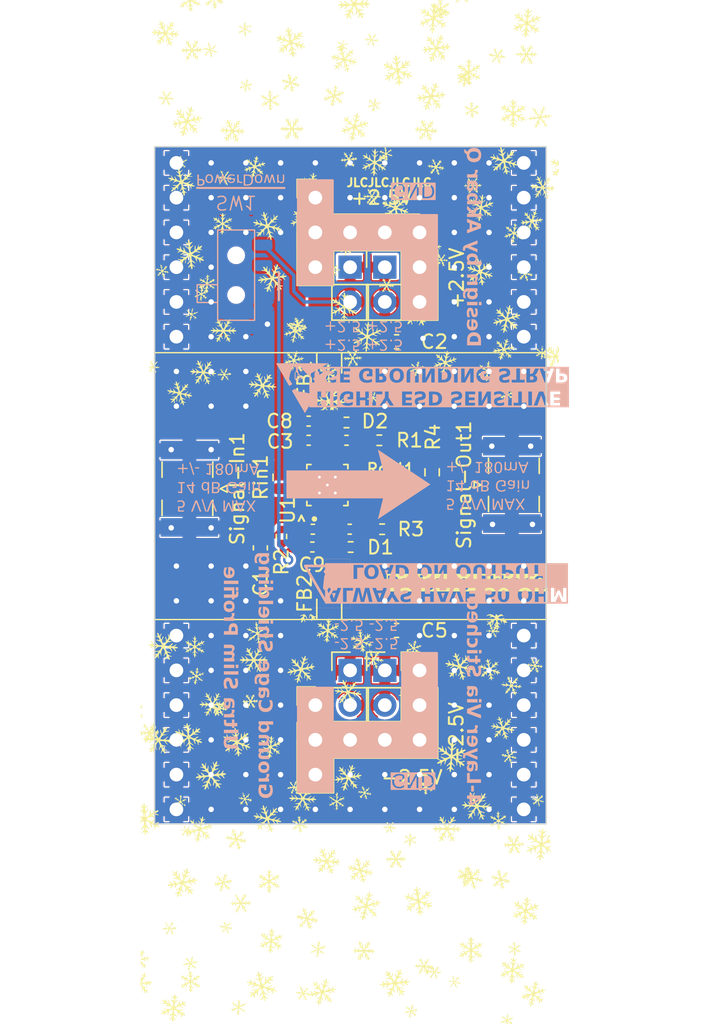
<source format=kicad_pcb>
(kicad_pcb (version 20221018) (generator pcbnew)
  (layers (0 "F.Cu" signal) (1 "In1.Cu" signal) (2 "In2.Cu" signal) (31 "B.Cu" signal) (34 "B.Paste" user) (35 "F.Paste" user) (36 "B.SilkS" user "B.Silkscreen") (37 "F.SilkS" user "F.Silkscreen") (38 "B.Mask" user) (39 "F.Mask" user) (44 "Edge.Cuts" user))
  (net 0 "")
  (net 1 "+5V")
  (net 2 "GND")
  (net 3 "-5V")
  (net 4 "Net-(U1-~{PD})")
  (net 5 "Net-(C4-Pad2)")
  (net 6 "Net-(C7-Pad2)")
  (net 7 "Net-(SW1-B)")
  (net 8 "Net-(Rout1-Pad1)")
  (net 9 "/SigOut")
  (net 10 "/SigIn")
  (net 11 "+5VA")
  (net 12 "-5VA")
  (footprint "Connector_PinHeader_2.54mm:PinHeader_1x02_P2.54mm_Vertical" (layer "F.Cu") (at 63.82 66.613)
    (fp_text reference "-2.5V" (at 7.77 4.567 90) (layer "F.SilkS"))
    (fp_text value "Conn_01x02_Pin")
    (pad "1" thru_hole rect (at 0 0) (size 1.7 1.7) (drill 1) (layers "*.Cu" "*.Mask") (net 3 "-5V"))
    (pad "2" thru_hole oval (at 0 2.54) (size 1.7 1.7) (drill 1) (layers "*.Cu" "*.Mask") (net 3 "-5V"))
  )
  (footprint "" (layer "F.Cu") (at 76.52 39.689)
    (fp_text reference "" (at 0 0) (layer "F.SilkS") (effects (font (size 1.27 1.27))))
    (fp_text value "" (at 0 0) (layer "F.SilkS") (effects (font (size 1.27 1.27))))
    (pad "1" thru_hole rect (at 0 0) (size 1.7 1.7) (drill 1) (layers "*.Cu" "*.Mask") (net 2 "GND"))
  )
  (footprint "" (layer "F.Cu") (at 76.52 34.609)
    (fp_text reference "" (at 0 0) (layer "F.SilkS") (effects (font (size 1.27 1.27))))
    (fp_text value "" (at 0 0) (layer "F.SilkS") (effects (font (size 1.27 1.27))))
    (pad "1" thru_hole rect (at 0 0) (size 1.7 1.7) (drill 1) (layers "*.Cu" "*.Mask") (net 2 "GND"))
  )
  (footprint "Connector_PinHeader_2.54mm:PinHeader_1x02_P2.54mm_Vertical" (layer "F.Cu") (at 66.36 37.149)
    (fp_text reference "+2.5V" (at -0.24 -5.08) (layer "F.SilkS"))
    (fp_text value "Conn_01x02_Pin")
    (pad "1" thru_hole rect (at 0 0) (size 1.7 1.7) (drill 1) (layers "*.Cu" "*.Mask") (net 1 "+5V"))
    (pad "2" thru_hole oval (at 0 2.54) (size 1.7 1.7) (drill 1) (layers "*.Cu" "*.Mask") (net 1 "+5V"))
  )
  (footprint "" (layer "F.Cu") (at 51.12 42.229)
    (fp_text reference "" (at 0 0) (layer "F.SilkS") (effects (font (size 1.27 1.27))))
    (fp_text value "" (at 0 0) (layer "F.SilkS") (effects (font (size 1.27 1.27))))
    (pad "1" thru_hole rect (at 0 0) (size 1.7 1.7) (drill 1) (layers "*.Cu" "*.Mask") (net 2 "GND"))
  )
  (footprint "Connector_PinHeader_2.54mm:PinHeader_1x02_P2.54mm_Vertical" (layer "F.Cu") (at 66.36 66.613)
    (fp_text reference "-2.5V" (at 1.9812 7.8232) (layer "F.SilkS"))
    (fp_text value "Conn_01x02_Pin")
    (pad "1" thru_hole rect (at 0 0) (size 1.7 1.7) (drill 1) (layers "*.Cu" "*.Mask") (net 3 "-5V"))
    (pad "2" thru_hole oval (at 0 2.54) (size 1.7 1.7) (drill 1) (layers "*.Cu" "*.Mask") (net 3 "-5V"))
  )
  (footprint "Capacitor_SMD:C_0603_1608Metric_Pad1.08x0.95mm_HandSolder" (layer "F.Cu") (at 67.2225 42.6)
    (fp_text reference "C2" (at 2.7625 0) (layer "F.SilkS"))
    (fp_text value "22u")
    (pad "1" smd roundrect (at -0.8625 0) (size 1.075 0.95) (layers "F.Cu" "F.Paste" "F.Mask") (net 1 "+5V"))
    (pad "2" smd roundrect (at 0.8625 0) (size 1.075 0.95) (layers "F.Cu" "F.Paste" "F.Mask") (net 2 "GND"))
  )
  (footprint "Resistor_SMD:R_0402_1005Metric_Pad0.72x0.64mm_HandSolder" (layer "F.Cu") (at 66.1625 56.3)
    (fp_text reference "R3" (at 2.1025 0) (layer "F.SilkS"))
    (fp_text value "30.1")
    (pad "1" smd roundrect (at -0.5975 0) (size 0.715 0.64) (layers "F.Cu" "F.Paste" "F.Mask") (net 6 "Net-(C7-Pad2)"))
    (pad "2" smd roundrect (at 0.5975 0) (size 0.715 0.64) (layers "F.Cu" "F.Paste" "F.Mask") (net 2 "GND"))
  )
  (footprint "Connector_PinHeader_2.54mm:PinHeader_1x03_P2.54mm_Vertical" (layer "F.Cu") (at 68.9 34.609)
    (fp_text reference "+G1" hide)
    (fp_text value "Conn_01x03")
    (pad "1" thru_hole rect (at 0 0) (size 1.7 1.7) (drill 1) (layers "*.Cu" "*.Mask") (net 2 "GND"))
    (pad "2" thru_hole oval (at 0 2.54) (size 1.7 1.7) (drill 1) (layers "*.Cu" "*.Mask") (net 2 "GND"))
    (pad "3" thru_hole oval (at 0 5.08) (size 1.7 1.7) (drill 1) (layers "*.Cu" "*.Mask") (net 2 "GND"))
  )
  (footprint "Capacitor_SMD:C_0402_1005Metric_Pad0.74x0.62mm_HandSolder" (layer "F.Cu") (at 61.06 57.6 180)
    (fp_text reference "C9" (at 0.0325 -1.3) (layer "F.SilkS"))
    (fp_text value "NP")
    (pad "1" smd roundrect (at -0.5675 0 180) (size 0.735 0.62) (layers "F.Cu" "F.Paste" "F.Mask") (net 12 "-5VA"))
    (pad "2" smd roundrect (at 0.5675 0 180) (size 0.735 0.62) (layers "F.Cu" "F.Paste" "F.Mask") (net 2 "GND"))
  )
  (footprint "" (layer "F.Cu") (at 51.12 39.689)
    (fp_text reference "" (at 0 0) (layer "F.SilkS") (effects (font (size 1.27 1.27))))
    (fp_text value "" (at 0 0) (layer "F.SilkS") (effects (font (size 1.27 1.27))))
    (pad "1" thru_hole rect (at 0 0) (size 1.7 1.7) (drill 1) (layers "*.Cu" "*.Mask") (net 2 "GND"))
  )
  (footprint "Resistor_SMD:R_0402_1005Metric" (layer "F.Cu") (at 58.8 56.83 90)
    (fp_text reference "R2" (at -1.87 0 90) (layer "F.SilkS"))
    (fp_text value "JP")
    (pad "1" smd roundrect (at -0.51 0 90) (size 0.54 0.64) (layers "F.Cu" "F.Paste" "F.Mask") (net 7 "Net-(SW1-B)"))
    (pad "2" smd roundrect (at 0.51 0 90) (size 0.54 0.64) (layers "F.Cu" "F.Paste" "F.Mask") (net 4 "Net-(U1-~{PD})"))
  )
  (footprint "" (layer "F.Cu") (at 51.12 71.693)
    (fp_text reference "" (at 0 0) (layer "F.SilkS") (effects (font (size 1.27 1.27))))
    (fp_text value "" (at 0 0) (layer "F.SilkS") (effects (font (size 1.27 1.27))))
    (pad "1" thru_hole rect (at 0 0 180) (size 1.7 1.7) (drill 1) (layers "*.Cu" "*.Mask") (net 2 "GND"))
  )
  (footprint "" (layer "F.Cu") (at 76.52 32.069)
    (fp_text reference "" (at 0 0) (layer "F.SilkS") (effects (font (size 1.27 1.27))))
    (fp_text value "" (at 0 0) (layer "F.SilkS") (effects (font (size 1.27 1.27))))
    (pad "1" thru_hole rect (at 0 0) (size 1.7 1.7) (drill 1) (layers "*.Cu" "*.Mask") (net 2 "GND"))
  )
  (footprint "" (layer "F.Cu") (at 76.52 74.233)
    (fp_text reference "" (at 0 0) (layer "F.SilkS") (effects (font (size 1.27 1.27))))
    (fp_text value "" (at 0 0) (layer "F.SilkS") (effects (font (size 1.27 1.27))))
    (pad "1" thru_hole rect (at 0 0 180) (size 1.7 1.7) (drill 1) (layers "*.Cu" "*.Mask") (net 2 "GND"))
  )
  (footprint "Capacitor_SMD:C_0402_1005Metric_Pad0.74x0.62mm_HandSolder" (layer "F.Cu") (at 63.56 49.8)
    (fp_text reference "C4" hide)
    (fp_text value "0.1u")
    (pad "1" smd roundrect (at -0.5675 0) (size 0.735 0.62) (layers "F.Cu" "F.Paste" "F.Mask") (net 11 "+5VA"))
    (pad "2" smd roundrect (at 0.5675 0) (size 0.735 0.62) (layers "F.Cu" "F.Paste" "F.Mask") (net 5 "Net-(C4-Pad2)"))
  )
  (footprint "Resistor_SMD:R_1206_3216Metric_Pad1.30x1.75mm_HandSolder" (layer "F.Cu") (at 62.296 62.15 -90)
    (fp_text reference "FB2" (at -1.15 1.8 90) (layer "F.SilkS"))
    (fp_text value "FerriteBead_Small")
    (pad "1" smd roundrect (at -1.55 0 270) (size 1.3 1.75) (layers "F.Cu" "F.Paste" "F.Mask") (roundrect_rratio 0.1923076923) (net 12 "-5VA"))
    (pad "2" smd roundrect (at 1.55 0 270) (size 1.3 1.75) (layers "F.Cu" "F.Paste" "F.Mask") (roundrect_rratio 0.1923076923) (net 3 "-5V"))
  )
  (footprint "" (layer "F.Cu") (at 76.52 69.153)
    (fp_text reference "" (at 0 0) (layer "F.SilkS") (effects (font (size 1.27 1.27))))
    (fp_text value "" (at 0 0) (layer "F.SilkS") (effects (font (size 1.27 1.27))))
    (pad "1" thru_hole rect (at 0 0 180) (size 1.7 1.7) (drill 1) (layers "*.Cu" "*.Mask") (net 2 "GND"))
  )
  (footprint "" (layer "F.Cu") (at 76.52 42.229)
    (fp_text reference "" (at 0 0) (layer "F.SilkS") (effects (font (size 1.27 1.27))))
    (fp_text value "" (at 0 0) (layer "F.SilkS") (effects (font (size 1.27 1.27))))
    (pad "1" thru_hole rect (at 0 0) (size 1.7 1.7) (drill 1) (layers "*.Cu" "*.Mask") (net 2 "GND"))
  )
  (footprint "Capacitor_SMD:C_0402_1005Metric_Pad0.74x0.62mm_HandSolder" (layer "F.Cu") (at 61.095 56.3 180)
    (fp_text reference "C6" hide)
    (fp_text value "47p")
    (pad "1" smd roundrect (at -0.5675 0 180) (size 0.735 0.62) (layers "F.Cu" "F.Paste" "F.Mask") (net 12 "-5VA"))
    (pad "2" smd roundrect (at 0.5675 0 180) (size 0.735 0.62) (layers "F.Cu" "F.Paste" "F.Mask") (net 2 "GND"))
  )
  (footprint "Connector_Coaxial:SMA_Samtec_SMA-J-P-X-ST-EM1_EdgeMount" (layer "F.Cu") (at 75.65 53.06 90)
    (fp_text reference "Signal-Out1" (at 0 -3.5 90) (layer "F.SilkS" knockout))
    (fp_text value "Conn_Coaxial")
    (pad "1" smd rect (at 0 0.2 90) (size 1.27 3.6) (layers "F.Cu" "F.Paste" "F.Mask") (net 9 "/SigOut"))
    (pad "2" smd rect (at -2.825 0 90) (size 1.35 4.2) (layers "F.Cu" "F.Paste" "F.Mask") (net 2 "GND"))
    (pad "2" smd rect (at -2.825 0 90) (size 1.35 4.2) (layers "B.Cu" "B.Paste" "B.Mask") (net 2 "GND"))
    (pad "2" smd rect (at 2.825 0 90) (size 1.35 4.2) (layers "F.Cu" "F.Paste" "F.Mask") (net 2 "GND"))
    (pad "2" smd rect (at 2.825 0 90) (size 1.35 4.2) (layers "B.Cu" "B.Paste" "B.Mask") (net 2 "GND"))
  )
  (footprint "LOGO" (layer "F.Cu") (at 63.439 77.535 90)
    (fp_text reference "G***" hide)
    (fp_text value "LOGO" hide)
  )
  (footprint "Resistor_SMD:R_0402_1005Metric_Pad0.72x0.64mm_HandSolder" (layer "F.Cu") (at 63.86 57.6 180)
    (fp_text reference "D1" (at -2.18 -0.02) (layer "F.SilkS"))
    (fp_text value "ESD9B5.0ST5G")
    (pad "1" smd roundrect (at -0.5975 0 180) (size 0.715 0.64) (layers "F.Cu" "F.Paste" "F.Mask") (net 2 "GND"))
    (pad "2" smd roundrect (at 0.5975 0 180) (size 0.715 0.64) (layers "F.Cu" "F.Paste" "F.Mask") (net 12 "-5VA"))
  )
  (footprint "" (layer "F.Cu") (at 51.12 66.613)
    (fp_text reference "" (at 0 0) (layer "F.SilkS") (effects (font (size 1.27 1.27))))
    (fp_text value "" (at 0 0) (layer "F.SilkS") (effects (font (size 1.27 1.27))))
    (pad "1" thru_hole rect (at 0 0 180) (size 1.7 1.7) (drill 1) (layers "*.Cu" "*.Mask") (net 2 "GND"))
  )
  (footprint "Resistor_SMD:R_0603_1608Metric" (layer "F.Cu") (at 66.785 53.09)
    (fp_text reference "Rout1" (at 0 -1.2) (layer "F.SilkS") (effects (font (size 0.8 0.8))))
    (fp_text value "49.9")
    (pad "1" smd roundrect (at -0.825 0) (size 0.8 0.95) (layers "F.Cu" "F.Paste" "F.Mask") (net 8 "Net-(Rout1-Pad1)"))
    (pad "2" smd roundrect (at 0.825 0) (size 0.8 0.95) (layers "F.Cu" "F.Paste" "F.Mask") (net 9 "/SigOut"))
  )
  (footprint "Connector_PinHeader_2.54mm:PinHeader_1x03_P2.54mm_Vertical" (layer "F.Cu") (at 61.28 34.609 90)
    (fp_text reference "+G2" hide)
    (fp_text value "Conn_01x03")
    (pad "1" thru_hole rect (at 0 0 90) (size 1.7 1.7) (drill 1) (layers "*.Cu" "*.Mask") (net 2 "GND"))
    (pad "2" thru_hole oval (at 0 2.54 90) (size 1.7 1.7) (drill 1) (layers "*.Cu" "*.Mask") (net 2 "GND"))
    (pad "3" thru_hole oval (at 0 5.08 90) (size 1.7 1.7) (drill 1) (layers "*.Cu" "*.Mask") (net 2 "GND"))
  )
  (footprint "Resistor_SMD:R_1206_3216Metric_Pad1.30x1.75mm_HandSolder" (layer "F.Cu") (at 62.296 44.15 -90)
    (fp_text reference "FB1" (at 1.2 1.8 90) (layer "F.SilkS"))
    (fp_text value "FerriteBead_Small")
    (pad "1" smd roundrect (at -1.55 0 270) (size 1.3 1.75) (layers "F.Cu" "F.Paste" "F.Mask") (roundrect_rratio 0.1923076923) (net 1 "+5V"))
    (pad "2" smd roundrect (at 1.55 0 270) (size 1.3 1.75) (layers "F.Cu" "F.Paste" "F.Mask") (roundrect_rratio 0.1923076923) (net 11 "+5VA"))
  )
  (footprint "" (layer "F.Cu") (at 76.52 37.149)
    (fp_text reference "" (at 0 0) (layer "F.SilkS") (effects (font (size 1.27 1.27))))
    (fp_text value "" (at 0 0) (layer "F.SilkS") (effects (font (size 1.27 1.27))))
    (pad "1" thru_hole rect (at 0 0) (size 1.7 1.7) (drill 1) (layers "*.Cu" "*.Mask") (net 2 "GND"))
  )
  (footprint "" (layer "F.Cu") (at 51.12 76.773)
    (fp_text reference "" (at 0 0) (layer "F.SilkS") (effects (font (size 1.27 1.27))))
    (fp_text value "" (at 0 0) (layer "F.SilkS") (effects (font (size 1.27 1.27))))
    (pad "1" thru_hole rect (at 0 0 180) (size 1.7 1.7) (drill 1) (layers "*.Cu" "*.Mask") (net 2 "GND"))
  )
  (footprint "" (layer "F.Cu") (at 76.52 29.529)
    (fp_text reference "" (at 0 0) (layer "F.SilkS") (effects (font (size 1.27 1.27))))
    (fp_text value "" (at 0 0) (layer "F.SilkS") (effects (font (size 1.27 1.27))))
    (pad "1" thru_hole rect (at 0 0) (size 1.7 1.7) (drill 1) (layers "*.Cu" "*.Mask") (net 2 "GND"))
  )
  (footprint "Capacitor_SMD:C_0603_1608Metric_Pad1.08x0.95mm_HandSolder" (layer "F.Cu") (at 67.2225 63.7)
    (fp_text reference "C5" (at 2.7625 0) (layer "F.SilkS"))
    (fp_text value "22u")
    (pad "1" smd roundrect (at -0.8625 0) (size 1.075 0.95) (layers "F.Cu" "F.Paste" "F.Mask") (net 3 "-5V"))
    (pad "2" smd roundrect (at 0.8625 0) (size 1.075 0.95) (layers "F.Cu" "F.Paste" "F.Mask") (net 2 "GND"))
  )
  (footprint "Connector_PinHeader_2.54mm:PinHeader_1x03_P2.54mm_Vertical" (layer "F.Cu") (at 61.28 71.693 90)
    (fp_text reference "-G4" hide)
    (fp_text value "Conn_01x03")
    (pad "1" thru_hole rect (at 0 0 90) (size 1.7 1.7) (drill 1) (layers "*.Cu" "*.Mask") (net 2 "GND"))
    (pad "2" thru_hole oval (at 0 2.54 90) (size 1.7 1.7) (drill 1) (layers "*.Cu" "*.Mask") (net 2 "GND"))
    (pad "3" thru_hole oval (at 0 5.08 90) (size 1.7 1.7) (drill 1) (layers "*.Cu" "*.Mask") (net 2 "GND"))
  )
  (footprint "" (layer "F.Cu") (at 76.52 71.693)
    (fp_text reference "" (at 0 0) (layer "F.SilkS") (effects (font (size 1.27 1.27))))
    (fp_text value "" (at 0 0) (layer "F.SilkS") (effects (font (size 1.27 1.27))))
    (pad "1" thru_hole rect (at 0 0 180) (size 1.7 1.7) (drill 1) (layers "*.Cu" "*.Mask") (net 2 "GND"))
  )
  (footprint "" (layer "F.Cu") (at 51.12 74.233)
    (fp_text reference "" (at 0 0) (layer "F.SilkS") (effects (font (size 1.27 1.27))))
    (fp_text value "" (at 0 0) (layer "F.SilkS") (effects (font (size 1.27 1.27))))
    (pad "1" thru_hole rect (at 0 0 180) (size 1.7 1.7) (drill 1) (layers "*.Cu" "*.Mask") (net 2 "GND"))
  )
  (footprint "Connector_PinHeader_2.54mm:PinHeader_1x03_P2.54mm_Vertical" (layer "F.Cu") (at 61.28 69.153)
    (fp_text reference "-G1" hide)
    (fp_text value "Conn_01x03")
    (pad "1" thru_hole rect (at 0 0) (size 1.7 1.7) (drill 1) (layers "*.Cu" "*.Mask") (net 2 "GND"))
    (pad "2" thru_hole oval (at 0 2.54) (size 1.7 1.7) (drill 1) (layers "*.Cu" "*.Mask") (net 2 "GND"))
    (pad "3" thru_hole oval (at 0 5.08) (size 1.7 1.7) (drill 1) (layers "*.Cu" "*.Mask") (net 2 "GND"))
  )
  (footprint "" (layer "F.Cu") (at 51.12 37.149)
    (fp_text reference "" (at 0 0) (layer "F.SilkS") (effects (font (size 1.27 1.27))))
    (fp_text value "" (at 0 0) (layer "F.SilkS") (effects (font (size 1.27 1.27))))
    (pad "1" thru_hole rect (at 0 0) (size 1.7 1.7) (drill 1) (layers "*.Cu" "*.Mask") (net 2 "GND"))
  )
  (footprint "Connector_PinHeader_2.54mm:PinHeader_1x03_P2.54mm_Vertical" (layer "F.Cu") (at 68.9 66.613)
    (fp_text reference "-G3" hide)
    (fp_text value "Conn_01x03")
    (pad "1" thru_hole rect (at 0 0) (size 1.7 1.7) (drill 1) (layers "*.Cu" "*.Mask") (net 2 "GND"))
    (pad "2" thru_hole oval (at 0 2.54) (size 1.7 1.7) (drill 1) (layers "*.Cu" "*.Mask") (net 2 "GND"))
    (pad "3" thru_hole oval (at 0 5.08) (size 1.7 1.7) (drill 1) (layers "*.Cu" "*.Mask") (net 2 "GND"))
  )
  (footprint "" (layer "F.Cu") (at 51.12 29.529)
    (fp_text reference "" (at 0 0) (layer "F.SilkS") (effects (font (size 1.27 1.27))))
    (fp_text value "" (at 0 0) (layer "F.SilkS") (effects (font (size 1.27 1.27))))
    (pad "1" thru_hole rect (at 0 0) (size 1.7 1.7) (drill 1) (layers "*.Cu" "*.Mask") (net 2 "GND"))
  )
  (footprint "Resistor_SMD:R_0603_1608Metric" (layer "F.Cu") (at 58.71 52.51 90)
    (fp_text reference "Rin1" (at 0 -1.43 90) (layer "F.SilkS"))
    (fp_text value "49.9")
    (pad "1" smd roundrect (at -0.825 0 90) (size 0.8 0.95) (layers "F.Cu" "F.Paste" "F.Mask") (net 10 "/SigIn"))
    (pad "2" smd roundrect (at 0.825 0 90) (size 0.8 0.95) (layers "F.Cu" "F.Paste" "F.Mask") (net 2 "GND"))
  )
  (footprint "" (layer "F.Cu") (at 51.12 69.153)
    (fp_text reference "" (at 0 0) (layer "F.SilkS") (effects (font (size 1.27 1.27))))
    (fp_text value "" (at 0 0) (layer "F.SilkS") (effects (font (size 1.27 1.27))))
    (pad "1" thru_hole rect (at 0 0 180) (size 1.7 1.7) (drill 1) (layers "*.Cu" "*.Mask") (net 2 "GND"))
  )
  (footprint "" (layer "F.Cu") (at 76.52 76.773)
    (fp_text reference "" (at 0 0) (layer "F.SilkS") (effects (font (size 1.27 1.27))))
    (fp_text value "" (at 0 0) (layer "F.SilkS") (effects (font (size 1.27 1.27))))
    (pad "1" thru_hole rect (at 0 0 180) (size 1.7 1.7) (drill 1) (layers "*.Cu" "*.Mask") (net 2 "GND"))
  )
  (footprint "Capacitor_SMD:C_0603_1608Metric_Pad1.08x0.95mm_HandSolder" (layer "F.Cu") (at 57.26 57.6625 90)
    (fp_text reference "C1" (at -2.57 0.01 90) (layer "F.SilkS"))
    (fp_text value "1u")
    (pad "1" smd roundrect (at -0.8625 0 90) (size 1.075 0.95) (layers "F.Cu" "F.Paste" "F.Mask") (net 2 "GND"))
    (pad "2" smd roundrect (at 0.8625 0 90) (size 1.075 0.95) (layers "F.Cu" "F.Paste" "F.Mask") (net 4 "Net-(U1-~{PD})"))
  )
  (footprint "Capacitor_SMD:C_0402_1005Metric_Pad0.74x0.62mm_HandSolder" (layer "F.Cu") (at 63.795 56.3)
    (fp_text reference "C7" hide)
    (fp_text value "0.1u")
    (pad "1" smd roundrect (at -0.5675 0) (size 0.735 0.62) (layers "F.Cu" "F.Paste" "F.Mask") (net 12 "-5VA"))
    (pad "2" smd roundrect (at 0.5675 0) (size 0.735 0.62) (layers "F.Cu" "F.Paste" "F.Mask") (net 6 "Net-(C7-Pad2)"))
  )
  (footprint "Resistor_SMD:R_0603_1608Metric_Pad0.98x0.95mm_HandSolder" (layer "F.Cu") (at 69.82 52.14 90)
    (fp_text reference "R4" (at 2.57 0.06 90) (layer "F.SilkS"))
    (fp_text value "NP")
    (pad "1" smd roundrect (at -0.9125 0 90) (size 0.975 0.95) (layers "F.Cu" "F.Paste" "F.Mask") (net 9 "/SigOut"))
    (pad "2" smd roundrect (at 0.9125 0 90) (size 0.975 0.95) (layers "F.Cu" "F.Paste" "F.Mask") (net 2 "GND"))
  )
  (footprint "" (layer "F.Cu") (at 76.52 66.613)
    (fp_text reference "" (at 0 0) (layer "F.SilkS") (effects (font (size 1.27 1.27))))
    (fp_text value "" (at 0 0) (layer "F.SilkS") (effects (font (size 1.27 1.27))))
    (pad "1" thru_hole rect (at 0 0 180) (size 1.7 1.7) (drill 1) (layers "*.Cu" "*.Mask") (net 2 "GND"))
  )
  (footprint "Connector_PinHeader_2.54mm:PinHeader_1x03_P2.54mm_Vertical" (layer "F.Cu") (at 61.28 32.069)
    (fp_text reference "+G3" hide)
    (fp_text value "Conn_01x03")
    (pad "1" thru_hole rect (at 0 0) (size 1.7 1.7) (drill 1) (layers "*.Cu" "*.Mask") (net 2 "GND"))
    (pad "2" thru_hole oval (at 0 2.54) (size 1.7 1.7) (drill 1) (layers "*.Cu" "*.Mask") (net 2 "GND"))
    (pad "3" thru_hole oval (at 0 5.08) (size 1.7 1.7) (drill 1) (layers "*.Cu" "*.Mask") (net 2 "GND"))
  )
  (footprint "" (layer "F.Cu") (at 51.12 32.069)
    (fp_text reference "" (at 0 0) (layer "F.SilkS") (effects (font (size 1.27 1.27))))
    (fp_text value "" (at 0 0) (layer "F.SilkS") (effects (font (size 1.27 1.27))))
    (pad "1" thru_hole rect (at 0 0) (size 1.7 1.7) (drill 1) (layers "*.Cu" "*.Mask") (net 2 "GND"))
  )
  (footprint "Capacitor_SMD:C_0402_1005Metric_Pad0.74x0.62mm_HandSolder" (layer "F.Cu") (at 60.7925 48.4 180)
    (fp_text reference "C8" (at 2.1325 0) (layer "F.SilkS"))
    (fp_text value "NP")
    (pad "1" smd roundrect (at -0.5675 0 180) (size 0.735 0.62) (layers "F.Cu" "F.Paste" "F.Mask") (net 11 "+5VA"))
    (pad "2" smd roundrect (at 0.5675 0 180) (size 0.735 0.62) (layers "F.Cu" "F.Paste" "F.Mask") (net 2 "GND"))
  )
  (footprint "Connector_Coaxial:SMA_Samtec_SMA-J-P-X-ST-EM1_EdgeMount" (layer "F.Cu") (at 52.07 53.34 -90)
    (fp_text reference "Signal-In1" (at 0 -3.5 90) (layer "F.SilkS" knockout))
    (fp_text value "Conn_Coaxial")
    (pad "1" smd rect (at 0 0.2 270) (size 1.27 3.6) (layers "F.Cu" "F.Paste" "F.Mask") (net 10 "/SigIn"))
    (pad "2" smd rect (at -2.825 0 270) (size 1.35 4.2) (layers "F.Cu" "F.Paste" "F.Mask") (net 2 "GND"))
    (pad "2" smd rect (at -2.825 0 270) (size 1.35 4.2) (layers "B.Cu" "B.Paste" "B.Mask") (net 2 "GND"))
    (pad "2" smd rect (at 2.825 0 270) (size 1.35 4.2) (layers "F.Cu" "F.Paste" "F.Mask") (net 2 "GND"))
    (pad "2" smd rect (at 2.825 0 270) (size 1.35 4.2) (layers "B.Cu" "B.Paste" "B.Mask") (net 2 "GND"))
  )
  (footprint "LOGO" (layer "F.Cu") (at 64.074 32.577)
    (fp_text reference "G***" hide)
    (fp_text value "LOGO" hide)
  )
  (footprint "Resistor_SMD:R_0402_1005Metric_Pad0.72x0.64mm_HandSolder" (layer "F.Cu") (at 65.9575 49.8)
    (fp_text reference "R1" (at 2.2025 0) (layer "F.SilkS"))
    (fp_text value "30.1")
    (pad "1" smd roundrect (at -0.5975 0) (size 0.715 0.64) (layers "F.Cu" "F.Paste" "F.Mask") (net 5 "Net-(C4-Pad2)"))
    (pad "2" smd roundrect (at 0.5975 0) (size 0.715 0.64) (layers "F.Cu" "F.Paste" "F.Mask") (net 2 "GND"))
  )
  (footprint "Connector_PinHeader_2.54mm:PinHeader_1x02_P2.54mm_Vertical" (layer "F.Cu") (at 63.82 37.149)
    (fp_text reference "+2.5V" (at 7.8 0.8128 90) (layer "F.SilkS"))
    (fp_text value "Conn_01x02_Pin")
    (pad "1" thru_hole rect (at 0 0) (size 1.7 1.7) (drill 1) (layers "*.Cu" "*.Mask") (net 1 "+5V"))
    (pad "2" thru_hole oval (at 0 2.54) (size 1.7 1.7) (drill 1) (layers "*.Cu" "*.Mask") (net 1 "+5V"))
  )
  (footprint "Capacitor_SMD:C_0402_1005Metric_Pad0.74x0.62mm_HandSolder" (layer "F.Cu") (at 60.7925 49.8 180)
    (fp_text reference "C3" (at 2.09 -0.09) (layer "F.SilkS"))
    (fp_text value "47p")
    (pad "1" smd roundrect (at -0.5675 0 180) (size 0.735 0.62) (layers "F.Cu" "F.Paste" "F.Mask") (net 11 "+5VA"))
    (pad "2" smd roundrect (at 0.5675 0 180) (size 0.735 0.62) (layers "F.Cu" "F.Paste" "F.Mask") (net 2 "GND"))
  )
  (footprint "" (layer "F.Cu") (at 51.12 34.609)
    (fp_text reference "" (at 0 0) (layer "F.SilkS") (effects (font (size 1.27 1.27))))
    (fp_text value "" (at 0 0) (layer "F.SilkS") (effects (font (size 1.27 1.27))))
    (pad "1" thru_hole rect (at 0 0) (size 1.7 1.7) (drill 1) (layers "*.Cu" "*.Mask") (net 2 "GND"))
  )
  (footprint "Resistor_SMD:R_0402_1005Metric_Pad0.72x0.64mm_HandSolder" (layer "F.Cu") (at 63.5575 48.5 180)
    (fp_text reference "D2" (at -2.08 0.09) (layer "F.SilkS"))
    (fp_text value "ESD9B5.0ST5G")
    (pad "1" smd roundrect (at -0.5975 0 180) (size 0.715 0.64) (layers "F.Cu" "F.Paste" "F.Mask") (net 2 "GND"))
    (pad "2" smd roundrect (at 0.5975 0 180) (size 0.715 0.64) (layers "F.Cu" "F.Paste" "F.Mask") (net 11 "+5VA"))
  )
  (footprint "THS4302RGTT:QFN50P300X300X100-17N" (layer "F.Cu") (at 62.16 53.0725 90)
    (fp_text reference "U1" (at -1.8275 -2.9 90) (layer "F.SilkS"))
    (fp_text value "THS4302RGTT")
    (pad "1" smd roundrect (at -1.435 -0.75 90) (size 0.86 0.26) (layers "F.Cu" "F.Paste" "F.Mask") (roundrect_rratio 0.03) (net 12 "-5VA"))
    (pad "2" smd roundrect (at -1.435 -0.25 90) (size 0.86 0.26) (layers "F.Cu" "F.Paste" "F.Mask") (roundrect_rratio 0.03) (net 12 "-5VA"))
    (pad "3" smd roundrect (at -1.435 0.25 90) (size 0.86 0.26) (layers "F.Cu" "F.Paste" "F.Mask") (roundrect_rratio 0.03) (net 12 "-5VA"))
    (pad "4" smd roundrect (at -1.435 0.75 90) (size 0.86 0.26) (layers "F.Cu" "F.Paste" "F.Mask") (roundrect_rratio 0.03) (net 12 "-5VA"))
    (pad "5" smd roundrect (at -0.75 1.435 180) (size 0.86 0.26) (layers "F.Cu" "F.Paste" "F.Mask") (roundrect_rratio 0.03) (net 8 "Net-(Rout1-Pad1)"))
    (pad "6" smd roundrect (at -0.25 1.435 180) (size 0.86 0.26) (layers "F.Cu" "F.Paste" "F.Mask") (roundrect_rratio 0.03) (net 8 "Net-(Rout1-Pad1)"))
    (pad "7" smd roundrect (at 0.25 1.435 180) (size 0.86 0.26) (layers "F.Cu" "F.Paste" "F.Mask") (roundrect_rratio 0.03) (net 8 "Net-(Rout1-Pad1)"))
    (pad "8" smd roundrect (at 0.75 1.435 180) (size 0.86 0.26) (layers "F.Cu" "F.Paste" "F.Mask") (roundrect_rratio 0.03) (net 8 "Net-(Rout1-Pad1)"))
    (pad "9" smd roundrect (at 1.435 0.75 90) (size 0.86 0.26) (layers "F.Cu" "F.Paste" "F.Mask") (roundrect_rratio 0.03) (net 11 "+5VA"))
    (pad "10" smd roundrect (at 1.435 0.25 90) (size 0.86 0.26) (layers "F.Cu" "F.Paste" "F.Mask") (roundrect_rratio 0.03) (net 11 "+5VA"))
    (pad "11" smd roundrect (at 1.435 -0.25 90) (size 0.86 0.26) (layers "F.Cu" "F.Paste" "F.Mask") (roundrect_rratio 0.03) (net 11 "+5VA"))
    (pad "12" smd roundrect (at 1.435 -0.75 90) (size 0.86 0.26) (layers "F.Cu" "F.Paste" "F.Mask") (roundrect_rratio 0.03) (net 11 "+5VA"))
    (pad "13" smd roundrect (at 0.75 -1.435 180) (size 0.86 0.26) (layers "F.Cu" "F.Paste" "F.Mask") (roundrect_rratio 0.03))
    (pad "14" smd roundrect (at 0.25 -1.435 180) (size 0.86 0.26) (layers "F.Cu" "F.Paste" "F.Mask") (roundrect_rratio 0.03) (net 2 "GND"))
    (pad "15" smd roundrect (at -0.25 -1.435 180) (size 0.86 0.26) (layers "F.Cu" "F.Paste" "F.Mask") (roundrect_rratio 0.03) (net 10 "/SigIn"))
    (pad "16" smd roundrect (at -0.75 -1.435 180) (size 0.86 0.26) (layers "F.Cu" "F.Paste" "F.Mask") (roundrect_rratio 0.03) (net 4 "Net-(U1-~{PD})"))
    (pad "17" smd rect (at 0 0 90) (size 1.68 1.68) (layers "F.Cu" "F.Mask") (net 2 "GND"))
    (pad "18" thru_hole circle (at 0 0 90) (size 0.4 0.4) (drill 0.2) (layers "*.Cu") (net 2 "GND"))
    (pad "19" thru_hole circle (at -0.58 -0.58 90) (size 0.4 0.4) (drill 0.2) (layers "*.Cu") (net 2 "GND"))
    (pad "20" thru_hole circle (at 0.58 -0.58 90) (size 0.4 0.4) (drill 0.2) (layers "*.Cu") (net 2 "GND"))
    (pad "21" thru_hole circle (at -0.58 0.58 90) (size 0.4 0.4) (drill 0.2) (layers "*.Cu") (net 2 "GND"))
    (pad "22" thru_hole circle (at 0.58 0.58 90) (size 0.4 0.4) (drill 0.2) (layers "*.Cu") (net 2 "GND"))
  )
  (footprint "" (layer "F.Cu") (at 51.12 64.073)
    (fp_text reference "" (at 0 0) (layer "F.SilkS") (effects (font (size 1.27 1.27))))
    (fp_text value "" (at 0 0) (layer "F.SilkS") (effects (font (size 1.27 1.27))))
    (pad "1" thru_hole rect (at 0 0 180) (size 1.7 1.7) (drill 1) (layers "*.Cu" "*.Mask") (net 2 "GND"))
  )
  (footprint "" (layer "F.Cu") (at 76.52 64.073)
    (fp_text reference "" (at 0 0) (layer "F.SilkS") (effects (font (size 1.27 1.27))))
    (fp_text value "" (at 0 0) (layer "F.SilkS") (effects (font (size 1.27 1.27))))
    (pad "1" thru_hole rect (at 0 0 180) (size 1.7 1.7) (drill 1) (layers "*.Cu" "*.Mask") (net 2 "GND"))
  )
  (footprint "LOGO" (layer "B.Cu") (at 64.328 53.024)
    (fp_text reference "G***" (at 0 0) (layer "B.SilkS") (effects (font (size 1.5 1.5) (thickness 0.3)) (justify mirror)))
    (fp_text value "LOGO" hide)
  )
  (footprint "LOGO" (layer "B.Cu") (at 60.518 45.912)
    (fp_text reference "G***" hide)
    (fp_text value "LOGO" hide)
  )
  (footprint "LOGO" (layer "B.Cu") (at 62.042 60.263)
    (fp_text reference "G***" hide)
    (fp_text value "LOGO" hide)
  )
  (footprint "RF-Project:SPDT-Long-SMD" (layer "B.Cu") (at 55.4888 37.731)
    (fp_text reference "SW1" (at 0 -5.3 180 unlocked) (layer "B.SilkS") (effects (font (thickness 0.1)) (justify mirror)))
    (fp_text value "SW_SPDT")
    (pad "" np_thru_hole circle (at 0 -1.45 270) (size 0.8 0.8) (drill 0.8) (layers "F&B.Cu" "*.Mask"))
    (pad "" np_thru_hole circle (at 0 1.45 270) (size 0.8 0.8) (drill 0.8) (layers "F&B.Cu" "*.Mask"))
    (pad "0" smd roundrect (at -1.1 -3.8) (size 0.6 1) (layers "B.Cu" "B.Paste" "B.Mask") (net 2 "GND"))
    (pad "0" smd roundrect (at -1.1 3.8) (size 0.6 1) (layers "B.Cu" "B.Paste" "B.Mask") (net 2 "GND"))
    (pad "0" smd roundrect (at 1.1 -3.8) (size 0.6 1) (layers "B.Cu" "B.Paste" "B.Mask") (net 2 "GND"))
    (pad "0" smd roundrect (at 1.1 3.8) (size 0.6 1) (layers "B.Cu" "B.Paste" "B.Mask") (net 2 "GND"))
    (pad "1" smd roundrect (at 2 2.2 270) (size 0.8 1.3) (layers "B.Cu" "B.Paste" "B.Mask") (net 2 "GND"))
    (pad "2" smd roundrect (at 2 -0.7 270) (size 0.8 1.3) (layers "B.Cu" "B.Paste" "B.Mask") (net 7 "Net-(SW1-B)"))
    (pad "3" smd roundrect (at 2 -2.2 270) (size 0.8 1.3) (layers "B.Cu" "B.Paste" "B.Mask") (net 1 "+5V"))
  )
  (gr_line (start 58.613 37.53) (end 58.613 39.562) (stroke (width 0.15)) (layer "B.SilkS"))
  (gr_rect (start 60.01 67.883) (end 62.55 75.503) (stroke (width 0.15)) (fill solid) (layer "B.SilkS"))
  (gr_rect (start 60.01 33.339) (end 67.63 35.879) (stroke (width 0.15)) (fill solid) (layer "B.SilkS"))
  (gr_rect (start 67.63 33.339) (end 70.17 40.959) (stroke (width 0.15)) (fill solid) (layer "B.SilkS"))
  (gr_rect (start 60.01 70.423) (end 67.63 72.963) (stroke (width 0.15)) (fill solid) (layer "B.SilkS"))
  (gr_rect (start 67.63 65.343) (end 70.17 72.963) (stroke (width 0.15)) (fill solid) (layer "B.SilkS"))
  (gr_rect (start 60.01 30.799) (end 62.55 38.419) (stroke (width 0.15)) (fill solid) (layer "B.SilkS"))
  (gr_line (start 60.26 55.3) (end 60.46 55.7) (stroke (width 0.15)) (layer "F.SilkS"))
  (gr_rect (start 49.53 43.4) (end 78.16 62.9) (stroke (width 0.1)) (fill none) (layer "F.SilkS"))
  (gr_line (start 60.26 55.3) (end 60.06 55.7) (stroke (width 0.15)) (layer "F.SilkS"))
  (gr_rect (start 49.53 28.345) (end 78.16 77.837) (stroke (width 0.1)) (fill none) (layer "Edge.Cuts"))
  (gr_text "5 V/V MAX\n14 dB Gain\n+/- 180mA" (at 70.805 51.246 180) (layer "B.SilkS") (effects (font (size 0.8 0.8)) (justify left bottom mirror)))
  (gr_text "~{PowerDown}" (at 52.5424 30.2402 180) (layer "B.SilkS") (effects (font (size 0.8 0.8)) (justify left bottom mirror)))
  (gr_text "Ground Cage Shielding" (at 56.962 76.011 270) (layer "B.SilkS") (effects (font (size 1 1)) (justify left bottom mirror)))
  (gr_text "-2.5 -2.5\n-2.5 -2.5" (at 65.0138 62.7776 180) (layer "B.SilkS") (effects (font (size 0.8 0.8)) (justify bottom mirror)))
  (gr_text "4-Layer Via Stiched" (at 72.202 76.519 270) (layer "B.SilkS") (effects (font (size 1 1)) (justify left bottom mirror)))
  (gr_text "+2.5 +2.5\n+2.5 +2.5" (at 64.8106 40.959 180) (layer "B.SilkS") (effects (font (size 0.8 0.8)) (justify bottom mirror)))
  (gr_text "Ultra Slim Profile" (at 54.422 72.455 270) (layer "B.SilkS") (effects (font (size 1 1)) (justify left bottom mirror)))
  (gr_text "HIGHLY ESD SENSITIVE\nUSE GROUNDING STRAP" (at 70.297 44.388 180) (layer "B.SilkS" knockout) (effects (font (size 1 1) (thickness 0.2) bold) (justify bottom mirror)))
  (gr_text "5 V/V MAX\n14 dB Gain\n+/- 180mA" (at 51.12 51.373 180) (layer "B.SilkS") (effects (font (size 0.8 0.8)) (justify left bottom mirror)))
  (gr_text "ALWAYS HAVE 50 OHM\nLOAD ON OUTPUT" (at 70.932 58.739 180) (layer "B.SilkS" knockout) (effects (font (size 1 1) (thickness 0.2) bold) (justify bottom mirror)))
  (gr_text "GND" (at 66.8426 30.926 180) (layer "B.SilkS" knockout) (effects (font (size 1 1)) (justify left bottom mirror)))
  (gr_text "Design by Akbar Q" (at 72.202 42.991 -90) (layer "B.SilkS") (effects (font (size 1 1)) (justify left bottom mirror)))
  (gr_text "GND" (at 66.8172 74.0298 180) (layer "B.SilkS" knockout) (effects (font (size 1 1)) (justify left bottom mirror)))
  (gr_text "Design by Akbar Q" (at 66.487 60.644) (layer "F.SilkS" knockout) (effects (font (size 0.8 0.8) (thickness 0.2) bold) (justify left bottom)))
  (gr_text "JLCJLCJLCJLC" (at 63.49 31.323) (layer "F.SilkS") (effects (font (size 0.6 0.6)) (justify left bottom)))
  (segment (start 59.7052 38.927) (end 60.4672 39.689) (width 0.25) (layer "B.Cu") (net 1))
  (segment (start 60.4672 39.689) (end 63.82 39.689) (width 0.25) (layer "B.Cu") (net 1))
  (segment (start 57.4888 35.531) (end 59.7052 37.7474) (width 0.25) (layer "B.Cu") (net 1))
  (segment (start 59.7052 37.7474) (end 59.7052 38.927) (width 0.25) (layer "B.Cu") (net 1))
  (via (at 51.12 61.533) (size 0.75) (drill 0.4) (layers "F.Cu" "B.Cu") (net 2))
  (via (at 71.44 47.309) (size 0.75) (drill 0.4) (layers "F.Cu" "B.Cu") (net 2))
  (via (at 56.2 61.533) (size 0.75) (drill 0.4) (layers "F.Cu" "B.Cu") (net 2))
  (via (at 71.44 42.229) (size 0.75) (drill 0.4) (layers "F.Cu" "B.Cu") (net 2))
  (via (at 74.234 55.945) (size 0.75) (drill 0.4) (layers "F.Cu" "B.Cu") (net 2))
  (via (at 77.155 55.945) (size 0.75) (drill 0.4) (layers "F.Cu" "B.Cu") (net 2))
  (via (at 66.36 47.309) (size 0.75) (drill 0.4) (layers "F.Cu" "B.Cu") (net 2))
  (via (at 73.98 34.609) (size 0.75) (drill 0.4) (layers "F.Cu" "B.Cu") (net 2))
  (via (at 53.66 42.229) (size 0.75) (drill 0.4) (layers "F.Cu" "B.Cu") (net 2))
  (via (at 61.28 29.529) (size 0.75) (drill 0.4) (layers "F.Cu" "B.Cu") (net 2))
  (via (at 56.2 74.233) (size 0.75) (drill 0.4) (layers "F.Cu" "B.Cu") (net 2))
  (via (at 58.74 64.073) (size 0.75) (drill 0.4) (layers "F.Cu" "B.Cu") (net 2))
  (via (at 76.52 47.309) (size 0.75) (drill 0.4) (layers "F.Cu" "B.Cu") (net 2))
  (via (at 71.44 74.233) (size 0.75) (drill 0.4) (layers "F.Cu" "B.Cu") (net 2))
  (via (at 56.2 66.613) (size 0.75) (drill 0.4) (layers "F.Cu" "B.Cu") (net 2))
  (via (at 73.98 44.769) (size 0.75) (drill 0.4) (layers "F.Cu" "B.Cu") (net 2))
  (via (at 71.44 69.153) (size 0.75) (drill 0.4) (layers "F.Cu" "B.Cu") (net 2))
  (via (at 63.82 32.069) (size 0.75) (drill 0.4) (layers "F.Cu" "B.Cu") (net 2))
  (via (at 76.52 58.993) (size 0.75) (drill 0.4) (layers "F.Cu" "B.Cu") (net 2))
  (via (at 56.2 29.529) (size 0.75) (drill 0.4) (layers "F.Cu" "B.Cu") (net 2))
  (via (at 73.98 76.773) (size 0.75) (drill 0.4) (layers "F.Cu" "B.Cu") (net 2))
  (via (at 63.82 76.773) (size 0.75) (drill 0.4) (layers "F.Cu" "B.Cu") (net 2))
  (via (at 68.9 74.233) (size 0.75) (drill 0.4) (layers "F.Cu" "B.Cu") (net 2))
  (via (at 69.154 42.356) (size 0.75) (drill 0.4) (layers "F.Cu" "B.Cu") (net 2))
  (via (at 68.9 64.073) (size 0.75) (drill 0.4) (layers "F.Cu" "B.Cu") (net 2))
  (via (at 68.9 61.533) (size 0.75) (drill 0.4) (layers "F.Cu" "B.Cu") (net 2))
  (via (at 56.2 69.153) (size 0.75) (drill 0.4) (layers "F.Cu" "B.Cu") (net 2))
  (via (at 50.739 56.199) (size 0.75) (drill 0.4) (layers "F.Cu" "B.Cu") (net 2))
  (via (at 58.74 76.773) (size 0.75) (drill 0.4) (layers "F.Cu" "B.Cu") (net 2))
  (via (at 53.66 50.484) (size 0.75) (drill 0.4) (layers "F.Cu" "B.Cu") (net 2))
  (via (at 73.98 32.069) (size 0.75) (drill 0.4) (layers "F.Cu" "B.Cu") (net 2))
  (via (at 58.74 74.233) (size 0.75) (drill 0.4) (layers "F.Cu" "B.Cu") (net 2))
  (via (at 56.2 34.609) (size 0.75) (drill 0.4) (layers "F.Cu" "B.Cu") (net 2))
  (via (at 73.98 47.309) (size 0.75) (drill 0.4) (layers "F.Cu" "B.Cu") (net 2))
  (via (at 71.44 64.073) (size 0.75) (drill 0.4) (layers "F.Cu" "B.Cu") (net 2))
  (via (at 56.2 71.693) (size 0.75) (drill 0.4) (layers "F.Cu" "B.Cu") (net 2))
  (via (at 71.44 32.069) (size 0.75) (drill 0.4) (layers "F.Cu" "B.Cu") (net 2))
  (via (at 66.36 29.529) (size 0.75) (drill 0.4) (layers "F.Cu" "B.Cu") (net 2))
  (via (at 66.36 61.533) (size 0.75) (drill 0.4) (layers "F.Cu" "B.Cu") (net 2))
  (via (at 56.2 76.773) (size 0.75) (drill 0.4) (layers "F.Cu" "B.Cu") (net 2))
  (via (at 58.74 32.069) (size 0.75) (drill 0.4) (layers "F.Cu" "B.Cu") (net 2))
  (via (at 56.2 47.309) (size 0.75) (drill 0.4) (layers "F.Cu" "B.Cu") (net 2))
  (via (at 53.66 61.533) (size 0.75) (drill 0.4) (layers "F.Cu" "B.Cu") (net 2))
  (via (at 51.12 58.993) (size 0.75) (drill 0.4) (layers "F.Cu" "B.Cu") (net 2))
  (via (at 73.98 58.993) (size 0.75) (drill 0.4) (layers "F.Cu" "B.Cu") (net 2))
  (via (at 68.9 58.993) (size 0.75) (drill 0.4) (layers "F.Cu" "B.Cu") (net 2))
  (via (at 68.9 32.069) (size 0.75) (drill 0.4) (layers "F.Cu" "B.Cu") (net 2))
  (via (at 50.739 50.484) (size 0.75) (drill 0.4) (layers "F.Cu" "B.Cu") (net 2))
  (via (at 71.44 58.993) (size 0.75) (drill 0.4) (layers "F.Cu" "B.Cu") (net 2))
  (via (at 56.2 64.073) (size 0.75) (drill 0.4) (layers "F.Cu" "B.Cu") (net 2))
  (via (at 71.44 76.773) (size 0.75) (drill 0.4) (layers "F.Cu" "B.Cu") (net 2))
  (via (at 53.66 64.073) (size 0.75) (drill 0.4) (layers "F.Cu" "B.Cu") (net 2))
  (via (at 68.9 76.773) (size 0.75) (drill 0.4) (layers "F.Cu" "B.Cu") (net 2))
  (via (at 71.44 37.149) (size 0.75) (drill 0.4) (layers "F.Cu" "B.Cu") (net 2))
  (via (at 58.74 71.693) (size 0.75) (drill 0.4) (layers "F.Cu" "B.Cu") (net 2))
  (via (at 73.98 39.689) (size 0.75) (drill 0.4) (layers "F.Cu" "B.Cu") (net 2))
  (via (at 76.52 44.769) (size 0.75) (drill 0.4) (layers "F.Cu" "B.Cu") (net 2))
  (via (at 71.44 61.533) (size 0.75) (drill 0.4) (layers "F.Cu" "B.Cu") (net 2))
  (via (at 73.98 29.529) (size 0.75) (drill 0.4) (layers "F.Cu" "B.Cu") (net 2))
  (via (at 66.36 32.069) (size 0.75) (drill 0.4) (layers "F.Cu" "B.Cu") (net 2))
  (via (at 53.66 32.069) (size 0.75) (drill 0.4) (layers "F.Cu" "B.Cu") (net 2))
  (via (at 66.36 58.993) (size 0.75) (drill 0.4) (layers "F.Cu" "B.Cu") (net 2))
  (via (at 66.36 74.233) (size 0.75) (drill 0.4) (layers "F.Cu" "B.Cu") (net 2))
  (via (at 73.98 61.533) (size 0.75) (drill 0.4) (layers "F.Cu" "B.Cu") (net 2))
  (via (at 63.82 29.529) (size 0.75) (drill 0.4) (layers "F.Cu" "B.Cu") (net 2))
  (via (at 58.74 69.153) (size 0.75) (drill 0.4) (layers "F.Cu" "B.Cu") (net 2))
  (via (at 53.66 69.153) (size 0.75) (drill 0.4) (layers "F.Cu" "B.Cu") (net 2))
  (via (at 61.28 76.773) (size 0.75) (drill 0.4) (layers "F.Cu" "B.Cu") (net 2))
  (via (at 58.74 66.613) (size 0.75) (drill 0.4) (layers "F.Cu" "B.Cu") (net 2))
  (via (at 56.2 42.229) (size 0.75) (drill 0.4) (layers "F.Cu" "B.Cu") (net 2))
  (via (at 53.66 29.529) (size 0.75) (drill 0.4) (layers "F.Cu" "B.Cu") (net 2))
  (via (at 71.44 71.693) (size 0.75) (drill 0.4) (layers "F.Cu" "B.Cu") (net 2))
  (via (at 53.66 44.769) (size 0.75) (drill 0.4) (layers "F.Cu" "B.Cu") (net 2))
  (via (at 76.52 61.533) (size 0.75) (drill 0.4) (layers "F.Cu" "B.Cu") (net 2))
  (via (at 58.74 61.533) (size 0.75) (drill 0.4) (layers "F.Cu" "B.Cu") (net 2))
  (via (at 53.66 74.233) (size 0.75) (drill 0.4) (layers "F.Cu" "B.Cu") (net 2))
  (via (at 53.66 56.199) (size 0.75) (drill 0.4) (layers "F.Cu" "B.Cu") (net 2))
  (via (at 56.2 44.769) (size 0.75) (drill 0.4) (layers "F.Cu" "B.Cu") (net 2))
  (via (at 53.66 39.689) (size 0.75) (drill 0.4) (layers "F.Cu" "B.Cu") (net 2))
  (via (at 53.66 58.993) (size 0.75) (drill 0.4) (layers "F.Cu" "B.Cu") (net 2))
  (via (at 56.2 32.069) (size 0.75) (drill 0.4) (layers "F.Cu" "B.Cu") (net 2))
  (via (at 66.36 44.769) (size 0.75) (drill 0.4) (layers "F.Cu" "B.Cu") (net 2))
  (via (at 56.2 58.993) (size 0.75) (drill 0.4) (layers "F.Cu" "B.Cu") (net 2))
  (via (at 73.98 69.153) (size 0.75) (drill 0.4) (layers "F.Cu" "B.Cu") (net 2))
  (via (at 73.98 42.229) (size 0.75) (drill 0.4) (layers "F.Cu" "B.Cu") (net 2))
  (via (at 74.1832 50.23) (size 0.75) (drill 0.4) (layers "F.Cu" "B.Cu") (net 2))
  (via (at 71.44 44.769) (size 0.75) (drill 0.4) (layers "F.Cu" "B.Cu") (net 2))
  (via (at 77.028 50.23) (size 0.75) (drill 0.4) (layers "F.Cu" "B.Cu") (net 2))
  (via (at 73.98 71.693) (size 0.75) (drill 0.4) (layers "F.Cu" "B.Cu") (net 2))
  (via (at 68.9 44.769) (size 0.75) (drill 0.4) (layers "F.Cu" "B.Cu") (net 2))
  (via (at 53.66 66.613) (size 0.75) (drill 0.4) (layers "F.Cu" "B.Cu") (net 2))
  (via (at 58.74 29.529) (size 0.75) (drill 0.4) (layers "F.Cu" "B.Cu") (net 2))
  (via (at 51.12 47.309) (size 0.75) (drill 0.4) (layers "F.Cu" "B.Cu") (net 2))
  (via (at 51.12 44.769) (size 0.75) (drill 0.4) (layers "F.Cu" "B.Cu") (net 2))
  (via (at 73.98 74.233) (size 0.75) (drill 0.4) (layers "F.Cu" "B.Cu") (net 2))
  (via (at 63.82 74.233) (size 0.75) (drill 0.4) (layers "F.Cu" "B.Cu") (net 2))
  (via (at 73.98 64.073) (size 0.75) (drill 0.4) (layers "F.Cu" "B.Cu") (net 2))
  (via (at 68.9 29.529) (size 0.75) (drill 0.4) (layers "F.Cu" "B.Cu") (net 2))
  (via (at 71.44 39.689) (size 0.75) (drill 0.4) (layers "F.Cu" "B.Cu") (net 2))
  (via (at 53.66 76.773) (size 0.75) (drill 0.4) (layers "F.Cu" "B.Cu") (net 2))
  (via (at 57.7748 41.3146) (size 0.75) (drill 0.4) (layers "F.Cu" "B.Cu") (net 2))
  (via (at 53.66 47.309) (size 0.75) (drill 0.4) (layers "F.Cu" "B.Cu") (net 2))
  (via (at 71.44 34.609) (size 0.75) (drill 0.4) (layers "F.Cu" "B.Cu") (net 2))
  (via (at 53.66 71.693) (size 0.75) (drill 0.4) (layers "F.Cu" "B.Cu") (net 2))
  (via (at 71.44 66.613) (size 0.75) (drill 0.4) (layers "F.Cu" "B.Cu") (net 2))
  (via (at 73.98 66.613) (size 0.75) (drill 0.4) (layers "F.Cu" "B.Cu") (net 2))
  (via (at 58.74 29.529) (size 0.75) (drill 0.4) (layers "F.Cu" "B.Cu") (net 2))
  (via (at 68.9 47.309) (size 0.75) (drill 0.4) (layers "F.Cu" "B.Cu") (net 2))
  (via (at 71.44 29.529) (size 0.75) (drill 0.4) (layers "F.Cu" "B.Cu") (net 2))
  (via (at 58.74 34.609) (size 0.75) (drill 0.4) (layers "F.Cu" "B.Cu") (net 2))
  (via (at 66.36 76.773) (size 0.75) (drill 0.4) (layers "F.Cu" "B.Cu") (net 2))
  (via (at 73.98 37.149) (size 0.75) (drill 0.4) (layers "F.Cu" "B.Cu") (net 2))
  (via (at 53.66 34.609) (size 0.75) (drill 0.4) (layers "F.Cu" "B.Cu") (net 2))
  (via (at 53.66 37.149) (size 0.75) (drill 0.4) (layers "F.Cu" "B.Cu") (net 2))
  (segment (start 57.4888 41.0286) (end 57.4888 40.8254) (width 0.25) (layer "B.Cu") (net 2))
  (segment (start 57.4888 40.8254) (end 57.4888 39.931) (width 0.25) (layer "B.Cu") (net 2))
  (segment (start 57.7748 41.3146) (end 57.4888 41.0286) (width 0.25) (layer "B.Cu") (net 2))
  (segment (start 59.24 56.32) (end 58.8 56.32) (width 0.2) (layer "F.Cu") (net 4))
  (segment (start 58.299246 56.8) (end 58.779246 56.32) (width 0.3493) (layer "F.Cu") (net 4))
  (segment (start 58.779246 56.32) (end 58.8 56.32) (width 0.3493) (layer "F.Cu") (net 4))
  (segment (start 60.725 55.135) (end 60.46 55.4) (width 0.2) (layer "F.Cu") (net 4))
  (segment (start 60.16 55.4) (end 59.24 56.32) (width 0.2) (layer "F.Cu") (net 4))
  (segment (start 57.7425 56.8) (end 58.299246 56.8) (width 0.3493) (layer "F.Cu") (net 4))
  (segment (start 60.46 55.4) (end 60.16 55.4) (width 0.2) (layer "F.Cu") (net 4))
  (segment (start 60.725 53.8225) (end 60.725 55.135) (width 0.2) (layer "F.Cu") (net 4))
  (segment (start 64.1275 49.8) (end 65.36 49.8) (width 0.5) (layer "F.Cu") (net 5))
  (segment (start 64.3625 56.3) (end 65.565 56.3) (width 0.5) (layer "F.Cu") (net 6))
  (segment (start 59.2988 58.5358) (end 58.8 58.037) (width 0.25) (layer "F.Cu") (net 7))
  (segment (start 58.8 58.037) (end 58.8 57.34) (width 0.25) (layer "F.Cu") (net 7))
  (via (at 59.2988 58.5358) (size 0.75) (drill 0.4) (layers "F.Cu" "B.Cu") (net 7))
  (segment (start 59.2988 58.5358) (end 59.2988 58.1294) (width 0.25) (layer "B.Cu") (net 7))
  (segment (start 59.2988 58.1294) (end 58.613 57.4436) (width 0.25) (layer "B.Cu") (net 7))
  (segment (start 58.613 57.4436) (end 58.613 38.1552) (width 0.25) (layer "B.Cu") (net 7))
  (segment (start 58.613 38.1552) (end 57.4888 37.031) (width 0.25) (layer "B.Cu") (net 7))
  (segment (start 73.46 53.07) (end 67.63 53.07) (width 0.3493) (layer "F.Cu") (net 9))
  (segment (start 67.63 53.07) (end 67.61 53.09) (width 0.3493) (layer "F.Cu") (net 9))
  (segment (start 54.16 53.34) (end 59.79 53.34) (width 0.3493) (layer "F.Cu") (net 10))
  (zone (net 11) (net_name "+5VA") (layer "F.Cu") (priority 3) (connect_pads thru_hole_only (clearance 0)) (min_thickness 0.25) (fill yes (thermal_gap 0.1) (thermal_bridge_width 0.5))
    (polygon (pts (xy 60.76 44.9) (xy 63.36 44.9) (xy 63.21 50.75) (xy 63.01 52.05) (xy 61.26 52.1) (xy 60.76 50.7)))
  )
  (zone (net 8) (net_name "Net-(Rout1-Pad1)") (layer "F.Cu") (priority 3) (connect_pads yes (clearance 0)) (min_thickness 0.025) (fill yes (thermal_gap 0.5) (thermal_bridge_width 0.5) (island_removal_mode 1) (island_area_min 10))
    (polygon (pts (xy 63.17 52.19) (xy 63.17 53.95) (xy 64.02 53.95) (xy 66.2 53.56) (xy 66.2 52.62)))
  )
  (zone (net 10) (net_name "/SigIn") (layer "F.Cu") (priority 17540) (connect_pads yes (clearance 0)) (min_thickness 0.0254) (fill yes (thermal_gap 0.5) (thermal_bridge_width 0.5))
    (polygon (pts (xy 54.186197 53.34) (xy 54.196 53.16535) (xy 53.98918 53.15246) (xy 53.813935 53.117473) (xy 53.663776 53.065914) (xy 53.532213 53.003306) (xy 53.412759 52.935175) (xy 53.298924 52.867043) (xy 53.184219 52.804435) (xy 53.062156 52.752876) (xy 52.926246 52.717889) (xy 52.77 52.705) (xy 51.87 52.705) (xy 51.7938 53.34) (xy 51.87 53.975) (xy 52.77 53.975) (xy 52.926246 53.96211) (xy 53.062156 53.927123) (xy 53.184219 53.875564) (xy 53.298924 53.812956) (xy 53.412759 53.744825) (xy 53.532213 53.676693) (xy 53.663776 53.614085) (xy 53.813935 53.562526) (xy 53.98918 53.527539) (xy 54.196 53.51465)))
  )
  (zone (net 10) (net_name "/SigIn") (layer "F.Cu") (priority 2) (connect_pads yes (clearance 0.0001)) (min_thickness 0.025) (fill yes (thermal_gap 0.5) (thermal_bridge_width 0.5))
    (polygon (pts (xy 59.78 53.51) (xy 60.3 53.45) (xy 60.3 53.2) (xy 59.78 53.17)))
  )
  (zone (net 9) (net_name "/SigOut") (layer "F.Cu") (priority 17540) (connect_pads yes (clearance 0)) (min_thickness 0.0254) (fill yes (thermal_gap 0.5) (thermal_bridge_width 0.5))
    (polygon (pts (xy 73.433803 53.07) (xy 73.424 53.24465) (xy 73.643932 53.257259) (xy 73.83091 53.291486) (xy 73.991679 53.341925) (xy 74.132987 53.403173) (xy 74.261581 53.469825) (xy 74.384208 53.536476) (xy 74.507617 53.597724) (xy 74.638553 53.648163) (xy 74.783765 53.68239) (xy 74.95 53.695) (xy 75.85 53.695) (xy 75.926199 53.059682) (xy 75.847344 52.425006) (xy 74.947344 52.425006) (xy 74.780934 52.438783) (xy 74.635865 52.474882) (xy 74.505307 52.527703) (xy 74.382431 52.591647) (xy 74.260407 52.661115) (xy 74.132403 52.730509) (xy 73.99159 52.794228) (xy 73.831139 52.846674) (xy 73.644219 52.882247) (xy 73.424 52.89535)))
  )
  (zone (net 3) (net_name "-5V") (layer "F.Cu") (priority 1) (connect_pads (clearance 0)) (min_thickness 0.25) (fill yes (thermal_gap 0.1) (thermal_bridge_width 0.8))
    (polygon (pts (xy 62.804 70.169) (xy 67.376 70.169) (xy 67.63 65.343) (xy 67.122 64.327) (xy 67.122 62.549) (xy 60.772 62.549) (xy 60.772 67.375) (xy 62.804 67.375)))
  )
  (zone (net 9) (net_name "/SigOut") (layer "F.Cu") (priority 17540) (connect_pads yes (clearance 0)) (min_thickness 0.0254) (fill yes (thermal_gap 0.5) (thermal_bridge_width 0.5))
    (polygon (pts (xy 73.433803 53.07) (xy 73.424 53.24465) (xy 73.643932 53.257259) (xy 73.83091 53.291486) (xy 73.991679 53.341925) (xy 74.132987 53.403173) (xy 74.261581 53.469825) (xy 74.384208 53.536476) (xy 74.507617 53.597724) (xy 74.638553 53.648163) (xy 74.783765 53.68239) (xy 74.95 53.695) (xy 75.85 53.695) (xy 75.926199 53.059682) (xy 75.847344 52.425006) (xy 74.947344 52.425006) (xy 74.780934 52.438783) (xy 74.635865 52.474882) (xy 74.505307 52.527703) (xy 74.382431 52.591647) (xy 74.260407 52.661115) (xy 74.132403 52.730509) (xy 73.99159 52.794228) (xy 73.831139 52.846674) (xy 73.644219 52.882247) (xy 73.424 52.89535)))
  )
  (zone (net 1) (net_name "+5V") (layer "F.Cu") (priority 1) (connect_pads (clearance 0)) (min_thickness 0.25) (fill yes (thermal_gap 0.1) (thermal_bridge_width 0.8))
    (polygon (pts (xy 62.804 36.133) (xy 67.376 36.133) (xy 67.63 40.959) (xy 67.122 41.975) (xy 67.122 43.753) (xy 60.772 43.753) (xy 60.772 38.927) (xy 62.804 38.927)))
  )
  (zone (net 12) (net_name "-5VA") (layer "F.Cu") (priority 3) (connect_pads thru_hole_only (clearance 0)) (min_thickness 0.25) (fill yes (thermal_gap 0.1) (thermal_bridge_width 0.5))
    (polygon (pts (xy 63.66 61.2) (xy 61.06 61.2) (xy 61.06 55.3) (xy 61.26 54) (xy 63.16 54) (xy 63.66 55.4)))
  )
  (zone (net 2) (net_name "GND") (layers "F.Cu" "In1.Cu" "In2.Cu" "B.Cu") (connect_pads (clearance 0)) (min_thickness 0.1) (fill yes (thermal_gap 0.1) (thermal_bridge_width 1))
    (polygon (pts (xy 49.54 28.349) (xy 78.16 28.339) (xy 78.17 77.849) (xy 49.53 77.839)))
  )
)
</source>
